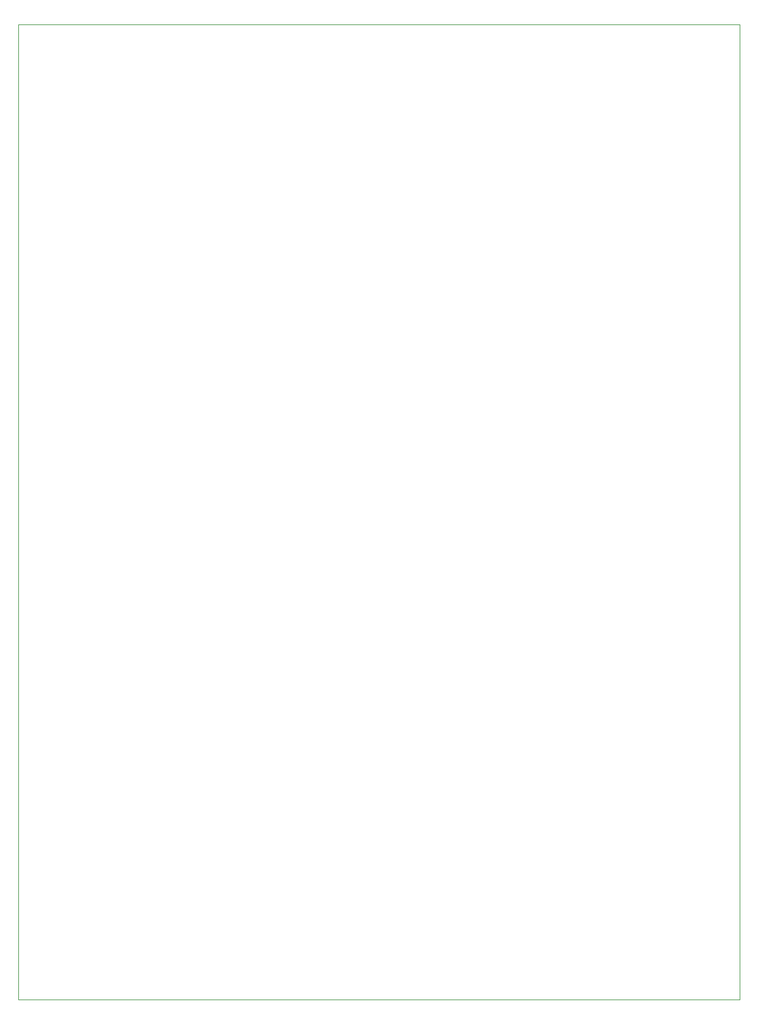
<source format=gbr>
%TF.GenerationSoftware,KiCad,Pcbnew,8.0.2*%
%TF.CreationDate,2025-02-23T04:32:52+01:00*%
%TF.ProjectId,meas,6d656173-2e6b-4696-9361-645f70636258,1.0.0*%
%TF.SameCoordinates,Original*%
%TF.FileFunction,Profile,NP*%
%FSLAX46Y46*%
G04 Gerber Fmt 4.6, Leading zero omitted, Abs format (unit mm)*
G04 Created by KiCad (PCBNEW 8.0.2) date 2025-02-23 04:32:52*
%MOMM*%
%LPD*%
G01*
G04 APERTURE LIST*
%TA.AperFunction,Profile*%
%ADD10C,0.050000*%
%TD*%
G04 APERTURE END LIST*
D10*
X150000000Y-40000000D02*
X250000000Y-40000000D01*
X250000000Y-175000000D01*
X150000000Y-175000000D01*
X150000000Y-40000000D01*
M02*

</source>
